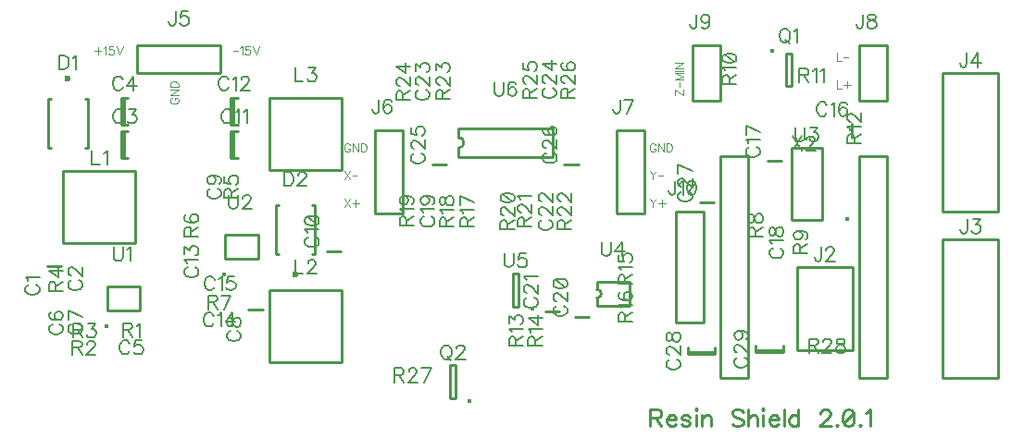
<source format=gto>
G04 DipTrace 2.4.0.2*
%INTopSilk.gbr*%
%MOIN*%
%ADD10C,0.0098*%
%ADD24C,0.0236*%
%ADD30C,0.0154*%
%ADD32C,0.0157*%
%ADD77C,0.0077*%
%ADD78C,0.0046*%
%ADD79C,0.0093*%
%FSLAX44Y44*%
G04*
G70*
G90*
G75*
G01*
%LNTopSilk*%
%LPD*%
X5185Y10479D2*
D10*
X5696D1*
X7949Y14386D2*
Y15371D1*
X7874Y14386D2*
Y15371D1*
Y14386D2*
X8110D1*
X7874Y15371D2*
X8110D1*
X7949Y15574D2*
Y16558D1*
X7874Y15574D2*
Y16558D1*
Y15574D2*
X8110D1*
X7874Y16558D2*
X8110D1*
X12436Y8917D2*
X12947D1*
X15760Y11027D2*
X15248D1*
X11887Y14386D2*
Y15371D1*
X11812Y14386D2*
Y15371D1*
Y14386D2*
X12048D1*
X11812Y15371D2*
X12048D1*
X11887Y15574D2*
Y16558D1*
X11812Y15574D2*
Y16558D1*
Y15574D2*
X12048D1*
X11812Y16558D2*
X12048D1*
X34165Y15633D2*
Y15122D1*
X31633Y14276D2*
X31122D1*
X24698Y8652D2*
X24187D1*
X23636Y8839D2*
X23124D1*
X19573Y14153D2*
X19061D1*
X24323Y14152D2*
X23812D1*
X29196Y12776D2*
X28684D1*
X29245Y7385D2*
X28260D1*
X29245Y7311D2*
X28260D1*
X29245D2*
Y7546D1*
X28260Y7311D2*
Y7546D1*
X31682Y7448D2*
X30698D1*
X31682Y7373D2*
X30698D1*
X31682D2*
Y7609D1*
X30698Y7373D2*
Y7609D1*
X6649Y16524D2*
Y14752D1*
X5232Y16524D2*
Y14752D1*
X6649D2*
X6551D1*
X6649Y16524D2*
X6551D1*
X5331Y14752D2*
X5232D1*
X5331Y16524D2*
X5232D1*
D24*
X5941Y17242D3*
X13420Y10921D2*
D10*
Y12693D1*
X14837Y10921D2*
Y12693D1*
X13420D2*
X13519D1*
X13420Y10921D2*
X13519D1*
X14739Y12693D2*
X14837D1*
X14739Y10921D2*
X14837D1*
D24*
X14129Y10202D3*
X32190Y7440D2*
D10*
X34190D1*
Y10440D1*
X32190D1*
Y7440D1*
X37440Y6440D2*
X39440D1*
Y11440D1*
X37440D1*
Y6440D1*
Y12440D2*
X39440D1*
Y17440D1*
X37440D1*
Y12440D1*
X8440Y18440D2*
X11440D1*
Y17440D1*
X8440D1*
Y18440D1*
X17004Y12379D2*
X18004D1*
Y15378D1*
X17004D1*
Y12379D1*
X25692D2*
X26692D1*
Y15378D1*
X25692D1*
Y12379D1*
X34440Y16440D2*
X35440D1*
Y18440D1*
X34440D1*
Y16440D1*
X28440D2*
X29440D1*
Y18440D1*
X28440D1*
Y16440D1*
X27818Y8440D2*
X28818D1*
Y12441D1*
X27818D1*
Y8440D1*
X8375Y11329D2*
X5777D1*
Y13928D1*
X8375D1*
Y11329D1*
X15803Y9625D2*
X13205D1*
Y7027D1*
X15803D1*
Y9625D1*
Y16563D2*
X13205D1*
Y13964D1*
X15803D1*
Y16563D1*
D30*
X31293Y18248D3*
X31794Y18156D2*
D10*
Y16975D1*
X31991D1*
Y18156D1*
X31794D1*
D30*
X20402Y5632D3*
X19900Y5724D2*
D10*
Y6905D1*
X19704D1*
Y5724D1*
X19900D1*
X7359Y8873D2*
X8540D1*
X7359Y9740D2*
X8540D1*
Y8873D2*
Y9740D1*
D32*
X7320Y8322D3*
X7359Y8873D2*
D10*
Y9740D1*
X11610Y10749D2*
X12791D1*
X11610Y11615D2*
X12791D1*
Y10749D2*
Y11615D1*
D32*
X11570Y10198D3*
X11610Y10749D2*
D10*
Y11615D1*
D30*
X33992Y12182D3*
X33099Y12171D2*
D10*
Y14770D1*
X31997Y12171D2*
Y14770D1*
X33099D2*
X31997D1*
X33099Y12171D2*
X31997D1*
X24986Y9061D2*
X26167D1*
X24986Y9927D2*
X26167D1*
Y9061D2*
Y9927D1*
X24986Y9061D2*
Y9337D1*
Y9652D2*
Y9927D1*
Y9337D2*
G03X24986Y9652I0J158D01*
G01*
D30*
X22652Y8945D3*
X22151Y9037D2*
D10*
Y10218D1*
X21954D1*
Y9037D1*
X22151D1*
X19999Y14430D2*
X23385D1*
X19999Y15453D2*
X23385D1*
Y14430D2*
Y15453D1*
X19999Y14430D2*
Y14745D1*
Y15138D2*
Y15453D1*
Y14745D2*
G03X19999Y15138I0J197D01*
G01*
X34440Y6440D2*
X35440D1*
Y14440D1*
X34440D1*
Y6440D1*
X29440D2*
X30440D1*
Y14440D1*
X29440D1*
Y6440D1*
X4533Y9813D2*
D77*
X4485Y9789D1*
X4437Y9741D1*
X4413Y9693D1*
Y9598D1*
X4437Y9550D1*
X4485Y9502D1*
X4533Y9478D1*
X4604Y9454D1*
X4724D1*
X4796Y9478D1*
X4844Y9502D1*
X4891Y9550D1*
X4916Y9598D1*
Y9693D1*
X4891Y9741D1*
X4844Y9789D1*
X4796Y9813D1*
X4509Y9967D2*
X4485Y10015D1*
X4414Y10087D1*
X4916D1*
X6069Y9978D2*
X6021Y9954D1*
X5973Y9906D1*
X5949Y9859D1*
Y9763D1*
X5973Y9715D1*
X6021Y9667D1*
X6069Y9643D1*
X6141Y9619D1*
X6260D1*
X6332Y9643D1*
X6380Y9667D1*
X6427Y9715D1*
X6452Y9763D1*
Y9859D1*
X6427Y9906D1*
X6380Y9954D1*
X6332Y9978D1*
X6069Y10157D2*
X6045D1*
X5997Y10180D1*
X5974Y10204D1*
X5950Y10252D1*
Y10348D1*
X5974Y10395D1*
X5997Y10419D1*
X6045Y10444D1*
X6093D1*
X6141Y10419D1*
X6212Y10372D1*
X6452Y10132D1*
Y10467D1*
X7927Y16023D2*
X7903Y16071D1*
X7855Y16119D1*
X7807Y16142D1*
X7712D1*
X7664Y16119D1*
X7616Y16071D1*
X7592Y16023D1*
X7568Y15951D1*
Y15831D1*
X7592Y15760D1*
X7616Y15712D1*
X7664Y15664D1*
X7712Y15640D1*
X7807D1*
X7855Y15664D1*
X7903Y15712D1*
X7927Y15760D1*
X8129Y16142D2*
X8392D1*
X8249Y15951D1*
X8320D1*
X8368Y15927D1*
X8392Y15903D1*
X8416Y15831D1*
Y15784D1*
X8392Y15712D1*
X8344Y15664D1*
X8272Y15640D1*
X8201D1*
X8129Y15664D1*
X8105Y15688D1*
X8081Y15736D1*
X7915Y17210D2*
X7891Y17258D1*
X7843Y17306D1*
X7795Y17330D1*
X7700D1*
X7652Y17306D1*
X7604Y17258D1*
X7580Y17210D1*
X7556Y17138D1*
Y17018D1*
X7580Y16947D1*
X7604Y16899D1*
X7652Y16852D1*
X7700Y16827D1*
X7795D1*
X7843Y16852D1*
X7891Y16899D1*
X7915Y16947D1*
X8308Y16827D2*
Y17329D1*
X8069Y16995D1*
X8428D1*
X8166Y7688D2*
X8142Y7735D1*
X8094Y7783D1*
X8047Y7807D1*
X7951D1*
X7903Y7783D1*
X7855Y7735D1*
X7831Y7688D1*
X7807Y7616D1*
Y7496D1*
X7831Y7425D1*
X7855Y7377D1*
X7903Y7329D1*
X7951Y7305D1*
X8047D1*
X8094Y7329D1*
X8142Y7377D1*
X8166Y7425D1*
X8607Y7807D2*
X8368D1*
X8345Y7592D1*
X8368Y7615D1*
X8440Y7640D1*
X8512D1*
X8583Y7615D1*
X8631Y7568D1*
X8655Y7496D1*
Y7448D1*
X8631Y7377D1*
X8583Y7328D1*
X8512Y7305D1*
X8440D1*
X8368Y7328D1*
X8345Y7353D1*
X8320Y7400D1*
X5381Y8391D2*
X5334Y8367D1*
X5286Y8319D1*
X5262Y8272D1*
Y8176D1*
X5286Y8128D1*
X5334Y8081D1*
X5381Y8056D1*
X5453Y8033D1*
X5573D1*
X5644Y8056D1*
X5692Y8081D1*
X5740Y8128D1*
X5764Y8176D1*
Y8272D1*
X5740Y8319D1*
X5692Y8367D1*
X5644Y8391D1*
X5334Y8832D2*
X5286Y8809D1*
X5262Y8737D1*
Y8689D1*
X5286Y8617D1*
X5358Y8569D1*
X5477Y8546D1*
X5597D1*
X5692Y8569D1*
X5740Y8617D1*
X5764Y8689D1*
Y8713D1*
X5740Y8784D1*
X5692Y8832D1*
X5620Y8856D1*
X5597D1*
X5525Y8832D1*
X5477Y8784D1*
X5454Y8713D1*
Y8689D1*
X5477Y8617D1*
X5525Y8569D1*
X5597Y8546D1*
X6069Y8397D2*
X6021Y8374D1*
X5973Y8325D1*
X5949Y8278D1*
Y8182D1*
X5973Y8134D1*
X6021Y8087D1*
X6069Y8062D1*
X6140Y8039D1*
X6260D1*
X6332Y8062D1*
X6380Y8087D1*
X6427Y8134D1*
X6452Y8182D1*
Y8278D1*
X6427Y8325D1*
X6380Y8374D1*
X6332Y8397D1*
X6452Y8647D2*
X5950Y8887D1*
Y8552D1*
X11783Y8143D2*
X11736Y8119D1*
X11688Y8071D1*
X11664Y8023D1*
Y7928D1*
X11688Y7880D1*
X11736Y7832D1*
X11783Y7808D1*
X11855Y7784D1*
X11975D1*
X12046Y7808D1*
X12094Y7832D1*
X12142Y7880D1*
X12166Y7928D1*
Y8023D1*
X12142Y8071D1*
X12094Y8119D1*
X12046Y8143D1*
X11664Y8417D2*
X11688Y8345D1*
X11736Y8321D1*
X11784D1*
X11831Y8345D1*
X11856Y8393D1*
X11879Y8488D1*
X11903Y8560D1*
X11951Y8608D1*
X11999Y8632D1*
X12071D1*
X12118Y8608D1*
X12143Y8584D1*
X12166Y8512D1*
Y8417D1*
X12143Y8345D1*
X12118Y8321D1*
X12071Y8297D1*
X11999D1*
X11951Y8321D1*
X11903Y8369D1*
X11879Y8440D1*
X11856Y8536D1*
X11831Y8584D1*
X11784Y8608D1*
X11736D1*
X11688Y8584D1*
X11664Y8512D1*
Y8417D1*
X11069Y13285D2*
X11022Y13261D1*
X10974Y13213D1*
X10950Y13165D1*
Y13070D1*
X10974Y13022D1*
X11022Y12974D1*
X11069Y12950D1*
X11141Y12926D1*
X11261D1*
X11332Y12950D1*
X11380Y12974D1*
X11428Y13022D1*
X11452Y13070D1*
Y13165D1*
X11428Y13213D1*
X11380Y13261D1*
X11332Y13285D1*
X11117Y13750D2*
X11189Y13726D1*
X11237Y13678D1*
X11261Y13607D1*
Y13583D1*
X11237Y13511D1*
X11189Y13463D1*
X11117Y13439D1*
X11093D1*
X11022Y13463D1*
X10974Y13511D1*
X10950Y13583D1*
Y13607D1*
X10974Y13678D1*
X11022Y13726D1*
X11117Y13750D1*
X11237D1*
X11357Y13726D1*
X11428Y13678D1*
X11452Y13607D1*
Y13559D1*
X11428Y13487D1*
X11380Y13463D1*
X14596Y11533D2*
X14548Y11510D1*
X14500Y11461D1*
X14476Y11414D1*
Y11318D1*
X14500Y11270D1*
X14548Y11223D1*
X14596Y11198D1*
X14668Y11175D1*
X14787D1*
X14859Y11198D1*
X14907Y11223D1*
X14954Y11270D1*
X14979Y11318D1*
Y11414D1*
X14954Y11461D1*
X14907Y11510D1*
X14859Y11533D1*
X14572Y11688D2*
X14548Y11736D1*
X14477Y11808D1*
X14979D1*
X14477Y12106D2*
X14501Y12034D1*
X14572Y11986D1*
X14692Y11962D1*
X14764D1*
X14883Y11986D1*
X14955Y12034D1*
X14979Y12106D1*
Y12153D1*
X14955Y12225D1*
X14883Y12273D1*
X14764Y12297D1*
X14692D1*
X14572Y12273D1*
X14501Y12225D1*
X14477Y12153D1*
Y12106D1*
X14572Y12273D2*
X14883Y11986D1*
X11835Y16023D2*
X11811Y16071D1*
X11763Y16119D1*
X11716Y16142D1*
X11620D1*
X11572Y16119D1*
X11524Y16071D1*
X11500Y16023D1*
X11476Y15951D1*
Y15831D1*
X11500Y15760D1*
X11524Y15712D1*
X11572Y15664D1*
X11620Y15640D1*
X11716D1*
X11763Y15664D1*
X11811Y15712D1*
X11835Y15760D1*
X11989Y16046D2*
X12037Y16071D1*
X12109Y16142D1*
Y15640D1*
X12264Y16046D2*
X12312Y16071D1*
X12384Y16142D1*
Y15640D1*
X11728Y17211D2*
X11704Y17258D1*
X11656Y17306D1*
X11608Y17330D1*
X11513D1*
X11464Y17306D1*
X11417Y17258D1*
X11393Y17211D1*
X11369Y17139D1*
Y17019D1*
X11393Y16948D1*
X11417Y16899D1*
X11464Y16852D1*
X11513Y16828D1*
X11608D1*
X11656Y16852D1*
X11704Y16899D1*
X11728Y16948D1*
X11882Y17234D2*
X11930Y17258D1*
X12002Y17329D1*
Y16828D1*
X12181Y17210D2*
Y17234D1*
X12204Y17282D1*
X12228Y17306D1*
X12276Y17329D1*
X12372D1*
X12419Y17306D1*
X12443Y17282D1*
X12467Y17234D1*
Y17186D1*
X12443Y17138D1*
X12396Y17067D1*
X12156Y16828D1*
X12491D1*
X10257Y10448D2*
X10209Y10424D1*
X10161Y10376D1*
X10137Y10328D1*
Y10233D1*
X10161Y10185D1*
X10209Y10137D1*
X10257Y10113D1*
X10328Y10089D1*
X10448D1*
X10520Y10113D1*
X10568Y10137D1*
X10615Y10185D1*
X10640Y10233D1*
Y10328D1*
X10615Y10376D1*
X10568Y10424D1*
X10520Y10448D1*
X10233Y10602D2*
X10209Y10650D1*
X10138Y10722D1*
X10640D1*
X10138Y10925D2*
Y11187D1*
X10329Y11044D1*
Y11116D1*
X10353Y11163D1*
X10377Y11187D1*
X10448Y11211D1*
X10496D1*
X10568Y11187D1*
X10616Y11140D1*
X10640Y11068D1*
Y10996D1*
X10616Y10925D1*
X10592Y10901D1*
X10544Y10877D1*
X11187Y8688D2*
X11163Y8735D1*
X11115Y8783D1*
X11067Y8807D1*
X10972D1*
X10924Y8783D1*
X10876Y8735D1*
X10852Y8688D1*
X10828Y8616D1*
Y8496D1*
X10852Y8425D1*
X10876Y8377D1*
X10924Y8329D1*
X10972Y8305D1*
X11067D1*
X11115Y8329D1*
X11163Y8377D1*
X11187Y8425D1*
X11341Y8711D2*
X11389Y8735D1*
X11461Y8807D1*
Y8305D1*
X11855D2*
Y8807D1*
X11615Y8472D1*
X11974D1*
X11217Y10000D2*
X11193Y10048D1*
X11145Y10096D1*
X11097Y10120D1*
X11002D1*
X10954Y10096D1*
X10906Y10048D1*
X10882Y10000D1*
X10858Y9928D1*
Y9808D1*
X10882Y9737D1*
X10906Y9689D1*
X10954Y9642D1*
X11002Y9617D1*
X11097D1*
X11145Y9642D1*
X11193Y9689D1*
X11217Y9737D1*
X11371Y10023D2*
X11419Y10048D1*
X11491Y10119D1*
Y9617D1*
X11932Y10119D2*
X11694D1*
X11670Y9904D1*
X11694Y9928D1*
X11765Y9952D1*
X11837D1*
X11909Y9928D1*
X11957Y9880D1*
X11980Y9808D1*
Y9761D1*
X11957Y9689D1*
X11909Y9641D1*
X11837Y9617D1*
X11765D1*
X11694Y9641D1*
X11670Y9665D1*
X11645Y9713D1*
X33266Y16286D2*
X33242Y16333D1*
X33194Y16381D1*
X33147Y16405D1*
X33051D1*
X33003Y16381D1*
X32955Y16333D1*
X32931Y16286D1*
X32907Y16214D1*
Y16094D1*
X32931Y16023D1*
X32955Y15974D1*
X33003Y15927D1*
X33051Y15903D1*
X33147D1*
X33194Y15927D1*
X33242Y15974D1*
X33266Y16023D1*
X33420Y16309D2*
X33468Y16333D1*
X33540Y16404D1*
Y15903D1*
X33982Y16333D2*
X33958Y16381D1*
X33886Y16404D1*
X33838D1*
X33767Y16381D1*
X33719Y16309D1*
X33695Y16189D1*
Y16070D1*
X33719Y15974D1*
X33767Y15926D1*
X33838Y15903D1*
X33862D1*
X33934Y15926D1*
X33982Y15974D1*
X34005Y16046D1*
Y16070D1*
X33982Y16142D1*
X33934Y16189D1*
X33862Y16213D1*
X33838D1*
X33767Y16189D1*
X33719Y16142D1*
X33695Y16070D1*
X30469Y14783D2*
X30422Y14759D1*
X30374Y14711D1*
X30350Y14663D1*
Y14568D1*
X30374Y14520D1*
X30422Y14472D1*
X30469Y14448D1*
X30541Y14424D1*
X30661D1*
X30732Y14448D1*
X30781Y14472D1*
X30828Y14520D1*
X30852Y14568D1*
Y14663D1*
X30828Y14711D1*
X30781Y14759D1*
X30732Y14783D1*
X30446Y14937D2*
X30422Y14985D1*
X30351Y15057D1*
X30852D1*
Y15307D2*
X30351Y15546D1*
Y15211D1*
X31318Y11135D2*
X31270Y11111D1*
X31222Y11063D1*
X31198Y11016D1*
Y10920D1*
X31222Y10872D1*
X31270Y10824D1*
X31318Y10800D1*
X31390Y10776D1*
X31510D1*
X31581Y10800D1*
X31629Y10824D1*
X31676Y10872D1*
X31701Y10920D1*
Y11016D1*
X31676Y11063D1*
X31629Y11111D1*
X31581Y11135D1*
X31295Y11289D2*
X31270Y11337D1*
X31199Y11409D1*
X31701D1*
X31199Y11683D2*
X31223Y11612D1*
X31270Y11587D1*
X31318D1*
X31366Y11612D1*
X31390Y11659D1*
X31414Y11755D1*
X31438Y11827D1*
X31486Y11874D1*
X31533Y11898D1*
X31605D1*
X31653Y11874D1*
X31677Y11851D1*
X31701Y11779D1*
Y11683D1*
X31677Y11612D1*
X31653Y11587D1*
X31605Y11564D1*
X31533D1*
X31486Y11587D1*
X31438Y11636D1*
X31414Y11707D1*
X31390Y11802D1*
X31366Y11851D1*
X31318Y11874D1*
X31270D1*
X31223Y11851D1*
X31199Y11779D1*
Y11683D1*
X18757Y12273D2*
X18710Y12249D1*
X18662Y12201D1*
X18638Y12153D1*
Y12058D1*
X18662Y12010D1*
X18710Y11962D1*
X18757Y11938D1*
X18829Y11914D1*
X18949D1*
X19021Y11938D1*
X19069Y11962D1*
X19116Y12009D1*
X19141Y12058D1*
Y12153D1*
X19116Y12201D1*
X19069Y12249D1*
X19021Y12273D1*
X18734Y12427D2*
X18710Y12475D1*
X18639Y12547D1*
X19141D1*
X18806Y13012D2*
X18877Y12988D1*
X18926Y12941D1*
X18949Y12869D1*
Y12845D1*
X18926Y12773D1*
X18877Y12726D1*
X18806Y12701D1*
X18782D1*
X18710Y12726D1*
X18662Y12773D1*
X18639Y12845D1*
Y12869D1*
X18662Y12941D1*
X18710Y12988D1*
X18806Y13012D1*
X18926D1*
X19045Y12988D1*
X19117Y12941D1*
X19141Y12869D1*
Y12821D1*
X19117Y12749D1*
X19069Y12726D1*
X23535Y9051D2*
X23487Y9027D1*
X23439Y8979D1*
X23415Y8931D1*
Y8836D1*
X23439Y8788D1*
X23487Y8740D1*
X23535Y8716D1*
X23606Y8692D1*
X23726D1*
X23798Y8716D1*
X23846Y8740D1*
X23893Y8788D1*
X23918Y8836D1*
Y8931D1*
X23893Y8979D1*
X23846Y9027D1*
X23798Y9051D1*
X23535Y9229D2*
X23511D1*
X23463Y9253D1*
X23440Y9277D1*
X23416Y9325D1*
Y9421D1*
X23440Y9468D1*
X23463Y9492D1*
X23511Y9516D1*
X23559D1*
X23607Y9492D1*
X23678Y9444D1*
X23918Y9205D1*
Y9540D1*
X23416Y9838D2*
X23440Y9766D1*
X23511Y9718D1*
X23631Y9694D1*
X23703D1*
X23822Y9718D1*
X23894Y9766D1*
X23918Y9838D1*
Y9886D1*
X23894Y9957D1*
X23822Y10005D1*
X23703Y10029D1*
X23631D1*
X23511Y10005D1*
X23440Y9957D1*
X23416Y9886D1*
Y9838D1*
X23511Y10005D2*
X23822Y9718D1*
X22472Y9346D2*
X22424Y9322D1*
X22376Y9274D1*
X22352Y9226D1*
Y9131D1*
X22376Y9083D1*
X22424Y9035D1*
X22472Y9011D1*
X22544Y8987D1*
X22664D1*
X22735Y9011D1*
X22783Y9035D1*
X22831Y9083D1*
X22855Y9131D1*
Y9226D1*
X22831Y9274D1*
X22783Y9322D1*
X22735Y9346D1*
X22472Y9524D2*
X22449D1*
X22401Y9548D1*
X22377Y9572D1*
X22353Y9620D1*
Y9716D1*
X22377Y9763D1*
X22401Y9787D1*
X22449Y9811D1*
X22496D1*
X22544Y9787D1*
X22616Y9739D1*
X22855Y9500D1*
Y9835D1*
X22449Y9989D2*
X22424Y10038D1*
X22353Y10109D1*
X22855D1*
X23008Y12153D2*
X22960Y12129D1*
X22912Y12081D1*
X22888Y12034D1*
Y11938D1*
X22912Y11890D1*
X22960Y11843D1*
X23008Y11818D1*
X23079Y11795D1*
X23199D1*
X23271Y11818D1*
X23319Y11843D1*
X23366Y11890D1*
X23391Y11938D1*
Y12034D1*
X23366Y12081D1*
X23319Y12129D1*
X23271Y12153D1*
X23008Y12332D2*
X22984D1*
X22936Y12356D1*
X22912Y12379D1*
X22889Y12428D1*
Y12523D1*
X22912Y12571D1*
X22936Y12594D1*
X22984Y12619D1*
X23032D1*
X23080Y12594D1*
X23151Y12547D1*
X23391Y12308D1*
Y12643D1*
X23008Y12821D2*
X22984D1*
X22936Y12845D1*
X22912Y12869D1*
X22889Y12917D1*
Y13012D1*
X22912Y13060D1*
X22936Y13084D1*
X22984Y13108D1*
X23032D1*
X23080Y13084D1*
X23151Y13036D1*
X23391Y12797D1*
Y13132D1*
X18570Y16841D2*
X18522Y16817D1*
X18474Y16769D1*
X18451Y16722D1*
Y16626D1*
X18474Y16578D1*
X18522Y16530D1*
X18570Y16506D1*
X18642Y16482D1*
X18762D1*
X18833Y16506D1*
X18881Y16530D1*
X18929Y16578D1*
X18953Y16626D1*
Y16722D1*
X18929Y16769D1*
X18881Y16817D1*
X18833Y16841D1*
X18571Y17020D2*
X18547D1*
X18499Y17043D1*
X18475Y17067D1*
X18451Y17115D1*
Y17211D1*
X18475Y17258D1*
X18499Y17282D1*
X18547Y17307D1*
X18594D1*
X18642Y17282D1*
X18714Y17235D1*
X18953Y16995D1*
Y17330D1*
X18451Y17533D2*
Y17795D1*
X18642Y17652D1*
Y17724D1*
X18666Y17772D1*
X18690Y17795D1*
X18762Y17820D1*
X18809D1*
X18881Y17795D1*
X18929Y17748D1*
X18953Y17676D1*
Y17604D1*
X18929Y17533D1*
X18905Y17509D1*
X18857Y17485D1*
X23133Y16910D2*
X23085Y16886D1*
X23037Y16838D1*
X23014Y16791D1*
Y16695D1*
X23037Y16647D1*
X23085Y16599D1*
X23133Y16575D1*
X23205Y16551D1*
X23325D1*
X23396Y16575D1*
X23444Y16599D1*
X23492Y16647D1*
X23516Y16695D1*
Y16791D1*
X23492Y16838D1*
X23444Y16886D1*
X23396Y16910D1*
X23133Y17089D2*
X23110D1*
X23062Y17112D1*
X23038Y17136D1*
X23014Y17184D1*
Y17280D1*
X23038Y17327D1*
X23062Y17351D1*
X23110Y17375D1*
X23157D1*
X23205Y17351D1*
X23277Y17304D1*
X23516Y17064D1*
Y17399D1*
Y17793D2*
X23014D1*
X23348Y17554D1*
Y17912D1*
X18409Y14551D2*
X18361Y14528D1*
X18313Y14479D1*
X18290Y14432D1*
Y14336D1*
X18313Y14288D1*
X18361Y14241D1*
X18409Y14216D1*
X18481Y14193D1*
X18601D1*
X18672Y14216D1*
X18720Y14241D1*
X18768Y14288D1*
X18792Y14336D1*
Y14432D1*
X18768Y14479D1*
X18720Y14528D1*
X18672Y14551D1*
X18410Y14730D2*
X18386D1*
X18338Y14754D1*
X18314Y14778D1*
X18290Y14826D1*
Y14921D1*
X18314Y14969D1*
X18338Y14993D1*
X18386Y15017D1*
X18433D1*
X18481Y14993D1*
X18553Y14945D1*
X18792Y14706D1*
Y15041D1*
X18290Y15482D2*
Y15243D1*
X18505Y15219D1*
X18481Y15243D1*
X18457Y15315D1*
Y15386D1*
X18481Y15458D1*
X18529Y15506D1*
X18601Y15530D1*
X18648D1*
X18720Y15506D1*
X18768Y15458D1*
X18792Y15386D1*
Y15315D1*
X18768Y15243D1*
X18744Y15219D1*
X18696Y15195D1*
X23159Y14563D2*
X23112Y14540D1*
X23063Y14492D1*
X23040Y14444D1*
Y14348D1*
X23063Y14300D1*
X23112Y14253D1*
X23159Y14228D1*
X23231Y14205D1*
X23351D1*
X23422Y14228D1*
X23470Y14253D1*
X23518Y14300D1*
X23542Y14348D1*
Y14444D1*
X23518Y14492D1*
X23470Y14540D1*
X23422Y14563D1*
X23160Y14742D2*
X23136D1*
X23088Y14766D1*
X23064Y14790D1*
X23040Y14838D1*
Y14933D1*
X23064Y14981D1*
X23088Y15005D1*
X23136Y15029D1*
X23183D1*
X23232Y15005D1*
X23303Y14957D1*
X23542Y14718D1*
Y15053D1*
X23112Y15494D2*
X23064Y15470D1*
X23040Y15398D1*
Y15351D1*
X23064Y15279D1*
X23136Y15231D1*
X23255Y15207D1*
X23375D1*
X23470Y15231D1*
X23518Y15279D1*
X23542Y15351D1*
Y15375D1*
X23518Y15446D1*
X23470Y15494D1*
X23398Y15518D1*
X23375D1*
X23303Y15494D1*
X23255Y15446D1*
X23232Y15375D1*
Y15351D1*
X23255Y15279D1*
X23303Y15231D1*
X23375Y15207D1*
X28032Y13175D2*
X27984Y13151D1*
X27936Y13103D1*
X27912Y13056D1*
Y12960D1*
X27936Y12912D1*
X27984Y12865D1*
X28032Y12840D1*
X28104Y12816D1*
X28224D1*
X28295Y12840D1*
X28343Y12865D1*
X28391Y12912D1*
X28415Y12960D1*
Y13056D1*
X28391Y13103D1*
X28343Y13151D1*
X28295Y13175D1*
X28032Y13354D2*
X28009D1*
X27961Y13378D1*
X27937Y13401D1*
X27913Y13450D1*
Y13545D1*
X27937Y13593D1*
X27961Y13616D1*
X28009Y13641D1*
X28056D1*
X28104Y13616D1*
X28176Y13569D1*
X28415Y13330D1*
Y13665D1*
Y13915D2*
X27913Y14154D1*
Y13819D1*
X27608Y7119D2*
X27561Y7095D1*
X27513Y7047D1*
X27489Y7000D1*
Y6904D1*
X27513Y6856D1*
X27561Y6808D1*
X27608Y6784D1*
X27680Y6760D1*
X27800D1*
X27871Y6784D1*
X27919Y6808D1*
X27967Y6856D1*
X27991Y6904D1*
Y7000D1*
X27967Y7047D1*
X27919Y7095D1*
X27871Y7119D1*
X27609Y7298D2*
X27585D1*
X27537Y7321D1*
X27513Y7345D1*
X27489Y7393D1*
Y7489D1*
X27513Y7536D1*
X27537Y7560D1*
X27585Y7585D1*
X27632D1*
X27681Y7560D1*
X27752Y7513D1*
X27991Y7273D1*
Y7608D1*
X27489Y7882D2*
X27513Y7811D1*
X27561Y7786D1*
X27609D1*
X27656Y7811D1*
X27681Y7858D1*
X27704Y7954D1*
X27728Y8026D1*
X27776Y8073D1*
X27824Y8097D1*
X27896D1*
X27943Y8073D1*
X27967Y8050D1*
X27991Y7978D1*
Y7882D1*
X27967Y7811D1*
X27943Y7786D1*
X27896Y7763D1*
X27824D1*
X27776Y7786D1*
X27728Y7835D1*
X27704Y7906D1*
X27681Y8001D1*
X27656Y8050D1*
X27609Y8073D1*
X27561D1*
X27513Y8050D1*
X27489Y7978D1*
Y7882D1*
X30046Y7193D2*
X29998Y7169D1*
X29950Y7121D1*
X29926Y7074D1*
Y6978D1*
X29950Y6930D1*
X29998Y6882D1*
X30046Y6858D1*
X30118Y6834D1*
X30237D1*
X30309Y6858D1*
X30357Y6882D1*
X30404Y6930D1*
X30429Y6978D1*
Y7074D1*
X30404Y7121D1*
X30357Y7169D1*
X30309Y7193D1*
X30046Y7372D2*
X30022D1*
X29974Y7396D1*
X29951Y7419D1*
X29927Y7467D1*
Y7563D1*
X29951Y7611D1*
X29974Y7634D1*
X30022Y7659D1*
X30070D1*
X30118Y7634D1*
X30189Y7587D1*
X30429Y7347D1*
Y7682D1*
X30094Y8148D2*
X30166Y8124D1*
X30214Y8076D1*
X30237Y8004D1*
Y7981D1*
X30214Y7909D1*
X30166Y7861D1*
X30094Y7837D1*
X30070D1*
X29998Y7861D1*
X29951Y7909D1*
X29927Y7981D1*
Y8004D1*
X29951Y8076D1*
X29998Y8124D1*
X30094Y8148D1*
X30214D1*
X30333Y8124D1*
X30405Y8076D1*
X30429Y8004D1*
Y7957D1*
X30405Y7885D1*
X30357Y7861D1*
X5636Y18092D2*
Y17590D1*
X5804D1*
X5875Y17614D1*
X5924Y17662D1*
X5947Y17710D1*
X5971Y17781D1*
Y17901D1*
X5947Y17973D1*
X5924Y18020D1*
X5875Y18069D1*
X5804Y18092D1*
X5636D1*
X6125Y17996D2*
X6174Y18020D1*
X6245Y18092D1*
Y17590D1*
X13717Y13878D2*
Y13375D1*
X13884D1*
X13956Y13399D1*
X14004Y13447D1*
X14028Y13495D1*
X14052Y13566D1*
Y13686D1*
X14028Y13758D1*
X14004Y13806D1*
X13956Y13854D1*
X13884Y13878D1*
X13717D1*
X14230Y13758D2*
Y13781D1*
X14254Y13829D1*
X14278Y13853D1*
X14326Y13877D1*
X14422D1*
X14469Y13853D1*
X14493Y13829D1*
X14517Y13781D1*
Y13734D1*
X14493Y13686D1*
X14445Y13614D1*
X14206Y13375D1*
X14541D1*
X33065Y11172D2*
Y10790D1*
X33041Y10718D1*
X33017Y10694D1*
X32969Y10670D1*
X32921D1*
X32874Y10694D1*
X32850Y10718D1*
X32826Y10790D1*
Y10837D1*
X33244Y11052D2*
Y11076D1*
X33267Y11124D1*
X33291Y11148D1*
X33339Y11172D1*
X33435D1*
X33482Y11148D1*
X33506Y11124D1*
X33531Y11076D1*
Y11029D1*
X33506Y10980D1*
X33459Y10909D1*
X33219Y10670D1*
X33554D1*
X38315Y12172D2*
Y11790D1*
X38291Y11718D1*
X38267Y11694D1*
X38219Y11670D1*
X38171D1*
X38124Y11694D1*
X38100Y11718D1*
X38076Y11790D1*
Y11837D1*
X38517Y12172D2*
X38780D1*
X38637Y11980D1*
X38709D1*
X38756Y11957D1*
X38780Y11933D1*
X38804Y11861D1*
Y11814D1*
X38780Y11742D1*
X38732Y11694D1*
X38661Y11670D1*
X38589D1*
X38517Y11694D1*
X38494Y11718D1*
X38469Y11765D1*
X38303Y18172D2*
Y17790D1*
X38279Y17718D1*
X38255Y17694D1*
X38207Y17670D1*
X38159D1*
X38112Y17694D1*
X38088Y17718D1*
X38064Y17790D1*
Y17837D1*
X38697Y17670D2*
Y18172D1*
X38458Y17837D1*
X38816D1*
X9815Y19672D2*
Y19290D1*
X9791Y19218D1*
X9767Y19194D1*
X9719Y19170D1*
X9671D1*
X9624Y19194D1*
X9600Y19218D1*
X9576Y19290D1*
Y19337D1*
X10256Y19672D2*
X10017D1*
X9994Y19457D1*
X10017Y19480D1*
X10089Y19505D1*
X10161D1*
X10232Y19480D1*
X10281Y19433D1*
X10304Y19361D1*
Y19314D1*
X10281Y19242D1*
X10232Y19194D1*
X10161Y19170D1*
X10089D1*
X10017Y19194D1*
X9994Y19218D1*
X9969Y19265D1*
X17142Y16504D2*
Y16122D1*
X17118Y16050D1*
X17094Y16026D1*
X17046Y16002D1*
X16998D1*
X16950Y16026D1*
X16927Y16050D1*
X16902Y16122D1*
Y16169D1*
X17583Y16433D2*
X17559Y16480D1*
X17487Y16504D1*
X17440D1*
X17368Y16480D1*
X17320Y16408D1*
X17296Y16289D1*
Y16169D1*
X17320Y16074D1*
X17368Y16026D1*
X17440Y16002D1*
X17463D1*
X17535Y16026D1*
X17583Y16074D1*
X17607Y16146D1*
Y16169D1*
X17583Y16241D1*
X17535Y16289D1*
X17463Y16313D1*
X17440D1*
X17368Y16289D1*
X17320Y16241D1*
X17296Y16169D1*
X25817Y16504D2*
Y16122D1*
X25793Y16050D1*
X25769Y16026D1*
X25722Y16002D1*
X25674D1*
X25626Y16026D1*
X25602Y16050D1*
X25578Y16122D1*
Y16170D1*
X26067Y16002D2*
X26307Y16504D1*
X25972D1*
X34565Y19566D2*
Y19183D1*
X34542Y19112D1*
X34517Y19088D1*
X34470Y19064D1*
X34422D1*
X34374Y19088D1*
X34350Y19112D1*
X34326Y19183D1*
Y19231D1*
X34839Y19565D2*
X34768Y19542D1*
X34743Y19494D1*
Y19446D1*
X34768Y19398D1*
X34815Y19374D1*
X34911Y19350D1*
X34983Y19327D1*
X35030Y19279D1*
X35054Y19231D1*
Y19159D1*
X35030Y19112D1*
X35007Y19087D1*
X34935Y19064D1*
X34839D1*
X34768Y19087D1*
X34743Y19112D1*
X34720Y19159D1*
Y19231D1*
X34743Y19279D1*
X34792Y19327D1*
X34863Y19350D1*
X34958Y19374D1*
X35007Y19398D1*
X35030Y19446D1*
Y19494D1*
X35007Y19542D1*
X34935Y19565D1*
X34839D1*
X28577Y19566D2*
Y19183D1*
X28553Y19112D1*
X28529Y19088D1*
X28481Y19064D1*
X28433D1*
X28386Y19088D1*
X28362Y19112D1*
X28338Y19183D1*
Y19231D1*
X29042Y19398D2*
X29018Y19327D1*
X28971Y19279D1*
X28899Y19255D1*
X28875D1*
X28803Y19279D1*
X28756Y19327D1*
X28731Y19398D1*
Y19422D1*
X28756Y19494D1*
X28803Y19542D1*
X28875Y19565D1*
X28899D1*
X28971Y19542D1*
X29018Y19494D1*
X29042Y19398D1*
Y19279D1*
X29018Y19159D1*
X28971Y19087D1*
X28899Y19064D1*
X28851D1*
X28779Y19087D1*
X28756Y19135D1*
X27806Y13566D2*
Y13184D1*
X27782Y13112D1*
X27758Y13088D1*
X27710Y13064D1*
X27662D1*
X27615Y13088D1*
X27591Y13112D1*
X27567Y13184D1*
Y13232D1*
X27960Y13470D2*
X28008Y13495D1*
X28080Y13566D1*
Y13064D1*
X28378Y13566D2*
X28306Y13542D1*
X28258Y13470D1*
X28235Y13351D1*
Y13279D1*
X28258Y13160D1*
X28306Y13088D1*
X28378Y13064D1*
X28426D1*
X28498Y13088D1*
X28545Y13160D1*
X28570Y13279D1*
Y13351D1*
X28545Y13470D1*
X28498Y13542D1*
X28426Y13566D1*
X28378D1*
X28545Y13470D2*
X28258Y13160D1*
X6795Y14660D2*
Y14157D1*
X7082D1*
X7237Y14564D2*
X7285Y14588D1*
X7357Y14659D1*
Y14157D1*
X14116Y10712D2*
Y10209D1*
X14403D1*
X14581Y10592D2*
Y10616D1*
X14605Y10664D1*
X14629Y10687D1*
X14677Y10711D1*
X14773D1*
X14820Y10687D1*
X14844Y10664D1*
X14868Y10616D1*
Y10568D1*
X14844Y10520D1*
X14796Y10449D1*
X14557Y10209D1*
X14892D1*
X14116Y17649D2*
Y17147D1*
X14403D1*
X14605Y17649D2*
X14868D1*
X14724Y17457D1*
X14796D1*
X14844Y17434D1*
X14868Y17410D1*
X14892Y17338D1*
Y17290D1*
X14868Y17219D1*
X14820Y17171D1*
X14748Y17147D1*
X14676D1*
X14605Y17171D1*
X14581Y17195D1*
X14557Y17242D1*
X31699Y19058D2*
X31651Y19035D1*
X31603Y18986D1*
X31580Y18938D1*
X31555Y18867D1*
Y18747D1*
X31580Y18675D1*
X31603Y18628D1*
X31651Y18580D1*
X31699Y18556D1*
X31795D1*
X31843Y18580D1*
X31890Y18628D1*
X31914Y18675D1*
X31938Y18747D1*
Y18867D1*
X31914Y18938D1*
X31890Y18986D1*
X31843Y19035D1*
X31795Y19058D1*
X31699D1*
X31771Y18652D2*
X31914Y18508D1*
X32093Y18962D2*
X32141Y18986D1*
X32213Y19057D1*
Y18555D1*
X19518Y7637D2*
X19471Y7614D1*
X19423Y7566D1*
X19399Y7518D1*
X19375Y7446D1*
Y7326D1*
X19399Y7255D1*
X19423Y7207D1*
X19471Y7159D1*
X19518Y7135D1*
X19614D1*
X19662Y7159D1*
X19709Y7207D1*
X19733Y7255D1*
X19758Y7326D1*
Y7446D1*
X19733Y7518D1*
X19709Y7566D1*
X19662Y7614D1*
X19614Y7637D1*
X19518D1*
X19590Y7231D2*
X19733Y7087D1*
X19936Y7517D2*
Y7541D1*
X19960Y7589D1*
X19984Y7613D1*
X20032Y7636D1*
X20128D1*
X20175Y7613D1*
X20199Y7589D1*
X20223Y7541D1*
Y7493D1*
X20199Y7445D1*
X20151Y7374D1*
X19912Y7135D1*
X20247D1*
X7927Y8193D2*
X8142D1*
X8213Y8217D1*
X8238Y8241D1*
X8262Y8288D1*
Y8336D1*
X8238Y8384D1*
X8213Y8408D1*
X8142Y8432D1*
X7927D1*
Y7930D1*
X8094Y8193D2*
X8262Y7930D1*
X8416Y8336D2*
X8464Y8360D1*
X8536Y8432D1*
Y7930D1*
X6113Y7549D2*
X6328D1*
X6400Y7574D1*
X6425Y7598D1*
X6448Y7645D1*
Y7693D1*
X6425Y7741D1*
X6400Y7765D1*
X6328Y7789D1*
X6113D1*
Y7286D1*
X6281Y7549D2*
X6448Y7286D1*
X6627Y7669D2*
Y7693D1*
X6651Y7741D1*
X6675Y7764D1*
X6723Y7788D1*
X6818D1*
X6866Y7764D1*
X6890Y7741D1*
X6914Y7693D1*
Y7645D1*
X6890Y7597D1*
X6842Y7526D1*
X6603Y7286D1*
X6938D1*
X6132Y8174D2*
X6347D1*
X6418Y8199D1*
X6443Y8223D1*
X6467Y8270D1*
Y8318D1*
X6443Y8366D1*
X6418Y8390D1*
X6347Y8414D1*
X6132D1*
Y7911D1*
X6299Y8174D2*
X6467Y7911D1*
X6669Y8413D2*
X6932D1*
X6788Y8222D1*
X6860D1*
X6908Y8198D1*
X6932Y8174D1*
X6956Y8103D1*
Y8055D1*
X6932Y7983D1*
X6884Y7935D1*
X6812Y7911D1*
X6740D1*
X6669Y7935D1*
X6645Y7959D1*
X6621Y8007D1*
X5501Y9601D2*
Y9816D1*
X5477Y9888D1*
X5453Y9912D1*
X5406Y9936D1*
X5357D1*
X5310Y9912D1*
X5286Y9888D1*
X5262Y9816D1*
Y9601D1*
X5764D1*
X5501Y9769D2*
X5764Y9936D1*
Y10330D2*
X5262D1*
X5597Y10090D1*
Y10449D1*
X11814Y12944D2*
Y13159D1*
X11790Y13231D1*
X11766Y13255D1*
X11719Y13279D1*
X11670D1*
X11623Y13255D1*
X11599Y13231D1*
X11575Y13159D1*
Y12944D1*
X12077D1*
X11814Y13112D2*
X12077Y13279D1*
X11575Y13720D2*
Y13482D1*
X11790Y13458D1*
X11767Y13482D1*
X11742Y13554D1*
Y13625D1*
X11767Y13697D1*
X11814Y13745D1*
X11886Y13769D1*
X11934D1*
X12005Y13745D1*
X12053Y13697D1*
X12077Y13625D1*
Y13554D1*
X12053Y13482D1*
X12029Y13458D1*
X11982Y13434D1*
X10377Y11563D2*
Y11778D1*
X10352Y11850D1*
X10328Y11874D1*
X10281Y11898D1*
X10233D1*
X10185Y11874D1*
X10161Y11850D1*
X10137Y11778D1*
Y11563D1*
X10640D1*
X10377Y11730D2*
X10640Y11898D1*
X10209Y12339D2*
X10162Y12315D1*
X10138Y12244D1*
Y12196D1*
X10162Y12124D1*
X10233Y12076D1*
X10353Y12052D1*
X10472D1*
X10568Y12076D1*
X10616Y12124D1*
X10640Y12196D1*
Y12220D1*
X10616Y12291D1*
X10568Y12339D1*
X10496Y12363D1*
X10472D1*
X10400Y12339D1*
X10353Y12291D1*
X10329Y12220D1*
Y12196D1*
X10353Y12124D1*
X10400Y12076D1*
X10472Y12052D1*
X10989Y9193D2*
X11204D1*
X11276Y9217D1*
X11300Y9241D1*
X11324Y9288D1*
Y9337D1*
X11300Y9384D1*
X11276Y9408D1*
X11204Y9432D1*
X10989D1*
Y8930D1*
X11156Y9193D2*
X11324Y8930D1*
X11574D2*
X11813Y9432D1*
X11478D1*
X30688Y11550D2*
Y11765D1*
X30663Y11837D1*
X30640Y11861D1*
X30592Y11885D1*
X30544D1*
X30496Y11861D1*
X30472Y11837D1*
X30448Y11765D1*
Y11550D1*
X30951D1*
X30688Y11718D2*
X30951Y11885D1*
X30449Y12159D2*
X30473Y12088D1*
X30520Y12063D1*
X30568D1*
X30616Y12088D1*
X30640Y12135D1*
X30664Y12231D1*
X30688Y12303D1*
X30736Y12350D1*
X30783Y12374D1*
X30855D1*
X30903Y12350D1*
X30927Y12326D1*
X30951Y12255D1*
Y12159D1*
X30927Y12088D1*
X30903Y12063D1*
X30855Y12040D1*
X30783D1*
X30736Y12063D1*
X30688Y12111D1*
X30664Y12183D1*
X30640Y12278D1*
X30616Y12326D1*
X30568Y12350D1*
X30520D1*
X30473Y12326D1*
X30449Y12255D1*
Y12159D1*
X32313Y10955D2*
Y11170D1*
X32288Y11242D1*
X32265Y11266D1*
X32217Y11290D1*
X32169D1*
X32121Y11266D1*
X32097Y11242D1*
X32073Y11170D1*
Y10955D1*
X32576D1*
X32313Y11123D2*
X32576Y11290D1*
X32241Y11756D2*
X32313Y11731D1*
X32361Y11684D1*
X32385Y11612D1*
Y11588D1*
X32361Y11516D1*
X32313Y11469D1*
X32241Y11444D1*
X32217D1*
X32145Y11469D1*
X32098Y11516D1*
X32074Y11588D1*
Y11612D1*
X32098Y11684D1*
X32145Y11731D1*
X32241Y11756D1*
X32361D1*
X32480Y11731D1*
X32552Y11684D1*
X32576Y11612D1*
Y11564D1*
X32552Y11493D1*
X32504Y11469D1*
X29750Y17056D2*
Y17271D1*
X29726Y17343D1*
X29702Y17367D1*
X29655Y17391D1*
X29607D1*
X29559Y17367D1*
X29535Y17343D1*
X29511Y17271D1*
Y17056D1*
X30013D1*
X29750Y17224D2*
X30013Y17391D1*
X29607Y17545D2*
X29583Y17593D1*
X29511Y17665D1*
X30013D1*
X29511Y17963D2*
X29535Y17892D1*
X29607Y17843D1*
X29726Y17820D1*
X29798D1*
X29918Y17843D1*
X29990Y17892D1*
X30013Y17963D1*
Y18011D1*
X29990Y18083D1*
X29918Y18130D1*
X29798Y18155D1*
X29726D1*
X29607Y18130D1*
X29535Y18083D1*
X29511Y18011D1*
Y17963D1*
X29607Y18130D2*
X29918Y17843D1*
X32270Y17380D2*
X32485D1*
X32557Y17404D1*
X32582Y17428D1*
X32605Y17475D1*
Y17523D1*
X32582Y17571D1*
X32557Y17595D1*
X32485Y17619D1*
X32270D1*
Y17117D1*
X32438Y17380D2*
X32605Y17117D1*
X32760Y17523D2*
X32808Y17547D1*
X32880Y17619D1*
Y17117D1*
X33034Y17523D2*
X33082Y17547D1*
X33154Y17619D1*
Y17117D1*
X34250Y14913D2*
Y15128D1*
X34226Y15200D1*
X34202Y15224D1*
X34155Y15248D1*
X34107D1*
X34059Y15224D1*
X34035Y15200D1*
X34011Y15128D1*
Y14913D1*
X34513D1*
X34250Y15080D2*
X34513Y15248D1*
X34107Y15402D2*
X34083Y15450D1*
X34011Y15522D1*
X34513D1*
X34131Y15701D2*
X34107D1*
X34059Y15725D1*
X34035Y15748D1*
X34011Y15796D1*
Y15892D1*
X34035Y15940D1*
X34059Y15963D1*
X34107Y15988D1*
X34155D1*
X34203Y15963D1*
X34274Y15916D1*
X34513Y15676D1*
Y16011D1*
X22065Y7619D2*
Y7834D1*
X22041Y7906D1*
X22017Y7930D1*
X21970Y7954D1*
X21922D1*
X21874Y7930D1*
X21850Y7906D1*
X21826Y7834D1*
Y7619D1*
X22328D1*
X22065Y7787D2*
X22328Y7954D1*
X21922Y8108D2*
X21898Y8156D1*
X21826Y8228D1*
X22328D1*
X21826Y8431D2*
Y8693D1*
X22018Y8550D1*
Y8622D1*
X22041Y8670D1*
X22065Y8693D1*
X22137Y8718D1*
X22185D1*
X22256Y8693D1*
X22305Y8646D1*
X22328Y8574D1*
Y8502D1*
X22305Y8431D1*
X22280Y8407D1*
X22233Y8383D1*
X22753Y7607D2*
Y7822D1*
X22728Y7894D1*
X22705Y7918D1*
X22657Y7942D1*
X22609D1*
X22562Y7918D1*
X22537Y7894D1*
X22513Y7822D1*
Y7607D1*
X23016D1*
X22753Y7775D2*
X23016Y7942D1*
X22610Y8096D2*
X22585Y8145D1*
X22514Y8216D1*
X23016D1*
Y8610D2*
X22514D1*
X22848Y8371D1*
Y8730D1*
X26003Y9851D2*
Y10066D1*
X25979Y10138D1*
X25955Y10162D1*
X25908Y10186D1*
X25859D1*
X25812Y10162D1*
X25788Y10138D1*
X25764Y10066D1*
Y9851D1*
X26266D1*
X26003Y10018D2*
X26266Y10186D1*
X25860Y10340D2*
X25836Y10388D1*
X25764Y10460D1*
X26266D1*
X25764Y10901D2*
Y10663D1*
X25979Y10639D1*
X25956Y10663D1*
X25931Y10735D1*
Y10806D1*
X25956Y10878D1*
X26003Y10926D1*
X26075Y10950D1*
X26123D1*
X26194Y10926D1*
X26242Y10878D1*
X26266Y10806D1*
Y10735D1*
X26242Y10663D1*
X26218Y10639D1*
X26171Y10615D1*
X26003Y8488D2*
Y8703D1*
X25979Y8775D1*
X25955Y8799D1*
X25908Y8823D1*
X25859D1*
X25812Y8799D1*
X25788Y8775D1*
X25764Y8703D1*
Y8488D1*
X26266D1*
X26003Y8655D2*
X26266Y8823D1*
X25860Y8977D2*
X25836Y9025D1*
X25764Y9097D1*
X26266D1*
X25836Y9539D2*
X25788Y9515D1*
X25764Y9443D1*
Y9395D1*
X25788Y9324D1*
X25860Y9275D1*
X25979Y9252D1*
X26099D1*
X26194Y9275D1*
X26242Y9324D1*
X26266Y9395D1*
Y9419D1*
X26242Y9490D1*
X26194Y9539D1*
X26123Y9562D1*
X26099D1*
X26027Y9539D1*
X25979Y9490D1*
X25956Y9419D1*
Y9395D1*
X25979Y9324D1*
X26027Y9275D1*
X26099Y9252D1*
X20315Y11914D2*
Y12129D1*
X20291Y12201D1*
X20267Y12225D1*
X20219Y12249D1*
X20171D1*
X20124Y12225D1*
X20099Y12201D1*
X20076Y12129D1*
Y11914D1*
X20578D1*
X20315Y12081D2*
X20578Y12249D1*
X20172Y12403D2*
X20148Y12451D1*
X20076Y12523D1*
X20578D1*
Y12773D2*
X20076Y13012D1*
Y12678D1*
X19565Y11914D2*
Y12129D1*
X19541Y12201D1*
X19517Y12225D1*
X19469Y12249D1*
X19421D1*
X19374Y12225D1*
X19349Y12201D1*
X19326Y12129D1*
Y11914D1*
X19828D1*
X19565Y12082D2*
X19828Y12249D1*
X19422Y12403D2*
X19397Y12452D1*
X19326Y12523D1*
X19828D1*
X19326Y12797D2*
X19350Y12726D1*
X19397Y12702D1*
X19446D1*
X19493Y12726D1*
X19517Y12773D1*
X19541Y12869D1*
X19565Y12941D1*
X19613Y12988D1*
X19661Y13012D1*
X19732D1*
X19780Y12988D1*
X19804Y12965D1*
X19828Y12893D1*
Y12797D1*
X19804Y12726D1*
X19780Y12702D1*
X19732Y12678D1*
X19661D1*
X19613Y12702D1*
X19565Y12750D1*
X19541Y12821D1*
X19517Y12917D1*
X19493Y12965D1*
X19446Y12988D1*
X19397D1*
X19350Y12965D1*
X19326Y12893D1*
Y12797D1*
X18127Y11944D2*
Y12159D1*
X18103Y12231D1*
X18079Y12255D1*
X18032Y12279D1*
X17984D1*
X17936Y12255D1*
X17912Y12231D1*
X17888Y12159D1*
Y11944D1*
X18390D1*
X18127Y12111D2*
X18390Y12279D1*
X17984Y12433D2*
X17960Y12481D1*
X17889Y12553D1*
X18390D1*
X18055Y13019D2*
X18127Y12994D1*
X18175Y12947D1*
X18199Y12875D1*
Y12851D1*
X18175Y12779D1*
X18127Y12732D1*
X18055Y12708D1*
X18032D1*
X17960Y12732D1*
X17912Y12779D1*
X17889Y12851D1*
Y12875D1*
X17912Y12947D1*
X17960Y12994D1*
X18055Y13019D1*
X18175D1*
X18295Y12994D1*
X18367Y12947D1*
X18390Y12875D1*
Y12827D1*
X18367Y12756D1*
X18319Y12732D1*
X21752Y11806D2*
Y12021D1*
X21728Y12093D1*
X21704Y12118D1*
X21657Y12141D1*
X21609D1*
X21561Y12118D1*
X21537Y12093D1*
X21513Y12021D1*
Y11806D1*
X22016D1*
X21752Y11974D2*
X22016Y12141D1*
X21633Y12320D2*
X21609D1*
X21561Y12344D1*
X21537Y12368D1*
X21514Y12416D1*
Y12511D1*
X21537Y12559D1*
X21561Y12583D1*
X21609Y12607D1*
X21657D1*
X21705Y12583D1*
X21776Y12535D1*
X22016Y12296D1*
Y12631D1*
X21514Y12929D2*
X21537Y12857D1*
X21609Y12809D1*
X21729Y12785D1*
X21801D1*
X21920Y12809D1*
X21992Y12857D1*
X22016Y12929D1*
Y12976D1*
X21992Y13048D1*
X21920Y13096D1*
X21801Y13120D1*
X21729D1*
X21609Y13096D1*
X21537Y13048D1*
X21514Y12976D1*
Y12929D1*
X21609Y13096D2*
X21920Y12809D1*
X22377Y11914D2*
Y12129D1*
X22353Y12201D1*
X22329Y12225D1*
X22282Y12249D1*
X22234D1*
X22186Y12225D1*
X22162Y12201D1*
X22138Y12129D1*
Y11914D1*
X22641D1*
X22377Y12081D2*
X22641Y12249D1*
X22258Y12428D2*
X22234D1*
X22186Y12451D1*
X22162Y12475D1*
X22139Y12523D1*
Y12619D1*
X22162Y12666D1*
X22186Y12690D1*
X22234Y12714D1*
X22282D1*
X22330Y12690D1*
X22401Y12643D1*
X22641Y12403D1*
Y12738D1*
X22234Y12893D2*
X22210Y12941D1*
X22139Y13012D1*
X22641D1*
X23815Y11825D2*
Y12040D1*
X23791Y12111D1*
X23767Y12136D1*
X23719Y12160D1*
X23671D1*
X23624Y12136D1*
X23599Y12111D1*
X23576Y12040D1*
Y11825D1*
X24078D1*
X23815Y11992D2*
X24078Y12160D1*
X23696Y12338D2*
X23672D1*
X23624Y12362D1*
X23600Y12386D1*
X23576Y12434D1*
Y12529D1*
X23600Y12577D1*
X23624Y12601D1*
X23672Y12625D1*
X23719D1*
X23767Y12601D1*
X23839Y12553D1*
X24078Y12314D1*
Y12649D1*
X23696Y12828D2*
X23672D1*
X23624Y12851D1*
X23600Y12875D1*
X23576Y12923D1*
Y13019D1*
X23600Y13066D1*
X23624Y13090D1*
X23672Y13114D1*
X23719D1*
X23767Y13090D1*
X23839Y13043D1*
X24078Y12803D1*
Y13138D1*
X19440Y16512D2*
Y16727D1*
X19416Y16799D1*
X19392Y16824D1*
X19344Y16847D1*
X19296D1*
X19249Y16824D1*
X19224Y16799D1*
X19201Y16727D1*
Y16512D1*
X19703D1*
X19440Y16680D2*
X19703Y16847D1*
X19321Y17026D2*
X19297D1*
X19249Y17050D1*
X19225Y17074D1*
X19201Y17122D1*
Y17217D1*
X19225Y17265D1*
X19249Y17289D1*
X19297Y17313D1*
X19344D1*
X19392Y17289D1*
X19464Y17241D1*
X19703Y17002D1*
Y17337D1*
X19201Y17539D2*
Y17802D1*
X19392Y17659D1*
Y17730D1*
X19416Y17778D1*
X19440Y17802D1*
X19512Y17826D1*
X19559D1*
X19631Y17802D1*
X19679Y17754D1*
X19703Y17682D1*
Y17611D1*
X19679Y17539D1*
X19655Y17515D1*
X19607Y17491D1*
X18002Y16482D2*
Y16697D1*
X17978Y16769D1*
X17954Y16793D1*
X17907Y16817D1*
X17859D1*
X17811Y16793D1*
X17787Y16769D1*
X17763Y16697D1*
Y16482D1*
X18265D1*
X18002Y16650D2*
X18265Y16817D1*
X17883Y16996D2*
X17859D1*
X17811Y17020D1*
X17787Y17043D1*
X17764Y17092D1*
Y17187D1*
X17787Y17235D1*
X17811Y17258D1*
X17859Y17283D1*
X17907D1*
X17955Y17258D1*
X18026Y17211D1*
X18265Y16972D1*
Y17307D1*
Y17700D2*
X17764D1*
X18098Y17461D1*
Y17820D1*
X22565Y16557D2*
Y16772D1*
X22541Y16844D1*
X22517Y16868D1*
X22470Y16892D1*
X22422D1*
X22374Y16868D1*
X22350Y16844D1*
X22326Y16772D1*
Y16557D1*
X22828D1*
X22565Y16724D2*
X22828Y16892D1*
X22446Y17070D2*
X22422D1*
X22374Y17094D1*
X22350Y17118D1*
X22327Y17166D1*
Y17262D1*
X22350Y17309D1*
X22374Y17333D1*
X22422Y17357D1*
X22470D1*
X22518Y17333D1*
X22589Y17285D1*
X22828Y17046D1*
Y17381D1*
X22327Y17822D2*
Y17583D1*
X22542Y17560D1*
X22518Y17583D1*
X22493Y17655D1*
Y17727D1*
X22518Y17798D1*
X22565Y17847D1*
X22637Y17870D1*
X22685D1*
X22757Y17847D1*
X22805Y17798D1*
X22828Y17727D1*
Y17655D1*
X22805Y17583D1*
X22780Y17560D1*
X22733Y17535D1*
X23940Y16569D2*
Y16784D1*
X23916Y16856D1*
X23892Y16880D1*
X23845Y16904D1*
X23797D1*
X23749Y16880D1*
X23725Y16856D1*
X23701Y16784D1*
Y16569D1*
X24204D1*
X23940Y16736D2*
X24204Y16904D1*
X23821Y17083D2*
X23797D1*
X23749Y17106D1*
X23725Y17130D1*
X23702Y17178D1*
Y17274D1*
X23725Y17321D1*
X23749Y17345D1*
X23797Y17369D1*
X23845D1*
X23893Y17345D1*
X23964Y17298D1*
X24204Y17058D1*
Y17393D1*
X23773Y17834D2*
X23725Y17811D1*
X23702Y17739D1*
Y17691D1*
X23725Y17619D1*
X23797Y17571D1*
X23917Y17548D1*
X24036D1*
X24132Y17571D1*
X24180Y17619D1*
X24204Y17691D1*
Y17715D1*
X24180Y17786D1*
X24132Y17834D1*
X24060Y17858D1*
X24036D1*
X23964Y17834D1*
X23917Y17786D1*
X23893Y17715D1*
Y17691D1*
X23917Y17619D1*
X23964Y17571D1*
X24036Y17548D1*
X17701Y6567D2*
X17916D1*
X17987Y6592D1*
X18012Y6616D1*
X18036Y6663D1*
Y6711D1*
X18012Y6759D1*
X17987Y6783D1*
X17916Y6807D1*
X17701D1*
Y6304D1*
X17868Y6567D2*
X18036Y6304D1*
X18214Y6687D2*
Y6711D1*
X18238Y6759D1*
X18262Y6782D1*
X18310Y6806D1*
X18406D1*
X18453Y6782D1*
X18477Y6759D1*
X18501Y6711D1*
Y6663D1*
X18477Y6615D1*
X18429Y6544D1*
X18190Y6304D1*
X18525D1*
X18775D2*
X19014Y6806D1*
X18679D1*
X32618Y7630D2*
X32833D1*
X32905Y7654D1*
X32929Y7678D1*
X32953Y7725D1*
Y7773D1*
X32929Y7821D1*
X32905Y7845D1*
X32833Y7869D1*
X32618D1*
Y7367D1*
X32786Y7630D2*
X32953Y7367D1*
X33132Y7749D2*
Y7773D1*
X33156Y7821D1*
X33179Y7845D1*
X33227Y7869D1*
X33323D1*
X33371Y7845D1*
X33394Y7821D1*
X33419Y7773D1*
Y7725D1*
X33394Y7677D1*
X33347Y7606D1*
X33107Y7367D1*
X33442D1*
X33716Y7869D2*
X33645Y7845D1*
X33621Y7797D1*
Y7749D1*
X33645Y7702D1*
X33692Y7677D1*
X33788Y7654D1*
X33860Y7630D1*
X33907Y7582D1*
X33931Y7534D1*
Y7462D1*
X33907Y7415D1*
X33884Y7390D1*
X33812Y7367D1*
X33716D1*
X33645Y7390D1*
X33621Y7415D1*
X33597Y7462D1*
Y7534D1*
X33621Y7582D1*
X33669Y7630D1*
X33740Y7654D1*
X33836Y7677D1*
X33884Y7702D1*
X33907Y7749D1*
Y7797D1*
X33884Y7845D1*
X33812Y7869D1*
X33716D1*
X7586Y11181D2*
Y10822D1*
X7610Y10750D1*
X7658Y10702D1*
X7730Y10678D1*
X7777D1*
X7849Y10702D1*
X7897Y10750D1*
X7921Y10822D1*
Y11181D1*
X8075Y11084D2*
X8123Y11109D1*
X8195Y11180D1*
Y10678D1*
X11729Y13056D2*
Y12697D1*
X11753Y12625D1*
X11801Y12578D1*
X11873Y12553D1*
X11920D1*
X11992Y12578D1*
X12040Y12625D1*
X12064Y12697D1*
Y13056D1*
X12243Y12936D2*
Y12960D1*
X12266Y13008D1*
X12290Y13031D1*
X12338Y13055D1*
X12434D1*
X12481Y13031D1*
X12505Y13008D1*
X12530Y12960D1*
Y12912D1*
X12505Y12864D1*
X12458Y12793D1*
X12218Y12553D1*
X12553D1*
X32136Y15502D2*
Y15143D1*
X32160Y15071D1*
X32208Y15024D1*
X32280Y14999D1*
X32327D1*
X32399Y15024D1*
X32447Y15071D1*
X32471Y15143D1*
Y15502D1*
X32674Y15501D2*
X32936D1*
X32793Y15310D1*
X32865D1*
X32912Y15286D1*
X32936Y15263D1*
X32960Y15191D1*
Y15143D1*
X32936Y15071D1*
X32889Y15023D1*
X32817Y14999D1*
X32745D1*
X32674Y15023D1*
X32650Y15048D1*
X32625Y15095D1*
X25153Y11368D2*
Y11009D1*
X25176Y10938D1*
X25224Y10890D1*
X25296Y10866D1*
X25344D1*
X25416Y10890D1*
X25464Y10938D1*
X25488Y11009D1*
Y11368D1*
X25881Y10866D2*
Y11368D1*
X25642Y11033D1*
X26001D1*
X21649Y10950D2*
Y10591D1*
X21673Y10519D1*
X21721Y10472D1*
X21793Y10447D1*
X21840D1*
X21912Y10472D1*
X21960Y10519D1*
X21984Y10591D1*
Y10950D1*
X22425Y10949D2*
X22186D1*
X22162Y10734D1*
X22186Y10758D1*
X22258Y10782D1*
X22329D1*
X22401Y10758D1*
X22449Y10711D1*
X22473Y10639D1*
Y10591D1*
X22449Y10519D1*
X22401Y10471D1*
X22329Y10447D1*
X22258D1*
X22186Y10471D1*
X22162Y10496D1*
X22138Y10543D1*
X21292Y17130D2*
Y16772D1*
X21316Y16700D1*
X21364Y16652D1*
X21436Y16628D1*
X21483D1*
X21555Y16652D1*
X21603Y16700D1*
X21627Y16772D1*
Y17130D1*
X22068Y17059D2*
X22045Y17106D1*
X21973Y17130D1*
X21925D1*
X21853Y17106D1*
X21805Y17034D1*
X21782Y16915D1*
Y16796D1*
X21805Y16700D1*
X21853Y16652D1*
X21925Y16628D1*
X21949D1*
X22020Y16652D1*
X22068Y16700D1*
X22092Y16772D1*
Y16796D1*
X22068Y16867D1*
X22020Y16915D1*
X21949Y16939D1*
X21925D1*
X21853Y16915D1*
X21805Y16867D1*
X21782Y16796D1*
X32028Y15172D2*
X32363Y14669D1*
Y15172D2*
X32028Y14669D1*
X32542Y15052D2*
Y15076D1*
X32565Y15124D1*
X32589Y15148D1*
X32637Y15171D1*
X32733D1*
X32780Y15148D1*
X32804Y15124D1*
X32828Y15076D1*
Y15028D1*
X32804Y14980D1*
X32757Y14909D1*
X32517Y14669D1*
X32852D1*
X7015Y18394D2*
D78*
Y18135D1*
X6886Y18264D2*
X7144D1*
X7237Y18358D2*
X7266Y18372D1*
X7309Y18415D1*
Y18114D1*
X7574Y18415D2*
X7430D1*
X7416Y18286D1*
X7430Y18300D1*
X7473Y18315D1*
X7516D1*
X7559Y18300D1*
X7588Y18272D1*
X7602Y18229D1*
Y18200D1*
X7588Y18157D1*
X7559Y18128D1*
X7516Y18114D1*
X7473D1*
X7430Y18128D1*
X7416Y18143D1*
X7402Y18171D1*
X7695Y18415D2*
X7810Y18114D1*
X7925Y18415D1*
X26909Y5027D2*
D79*
X27167D1*
X27253Y5056D1*
X27283Y5084D1*
X27311Y5141D1*
Y5199D1*
X27283Y5256D1*
X27253Y5285D1*
X27167Y5314D1*
X26909D1*
Y4711D1*
X27110Y5027D2*
X27311Y4711D1*
X27496Y4940D2*
X27841D1*
Y4998D1*
X27812Y5056D1*
X27783Y5084D1*
X27726Y5113D1*
X27640D1*
X27583Y5084D1*
X27525Y5027D1*
X27496Y4940D1*
Y4883D1*
X27525Y4797D1*
X27583Y4740D1*
X27640Y4711D1*
X27726D1*
X27783Y4740D1*
X27841Y4797D1*
X28342Y5027D2*
X28313Y5084D1*
X28227Y5113D1*
X28141D1*
X28054Y5084D1*
X28026Y5027D1*
X28054Y4969D1*
X28112Y4940D1*
X28255Y4912D1*
X28313Y4883D1*
X28342Y4826D1*
Y4797D1*
X28313Y4740D1*
X28227Y4711D1*
X28141D1*
X28054Y4740D1*
X28026Y4797D1*
X28527Y5314D2*
X28555Y5285D1*
X28584Y5314D1*
X28555Y5343D1*
X28527Y5314D1*
X28555Y5113D2*
Y4711D1*
X28770Y5113D2*
Y4711D1*
Y4998D2*
X28856Y5084D1*
X28914Y5113D1*
X28999D1*
X29057Y5084D1*
X29085Y4998D1*
Y4711D1*
X30256Y5227D2*
X30199Y5285D1*
X30113Y5314D1*
X29998D1*
X29912Y5285D1*
X29854Y5227D1*
Y5170D1*
X29883Y5113D1*
X29912Y5084D1*
X29969Y5056D1*
X30141Y4998D1*
X30199Y4969D1*
X30227Y4940D1*
X30256Y4883D1*
Y4797D1*
X30199Y4740D1*
X30113Y4711D1*
X29998D1*
X29912Y4740D1*
X29854Y4797D1*
X30441Y5314D2*
Y4711D1*
Y4998D2*
X30527Y5084D1*
X30585Y5113D1*
X30671D1*
X30728Y5084D1*
X30757Y4998D1*
Y4711D1*
X30942Y5314D2*
X30971Y5285D1*
X31000Y5314D1*
X30971Y5343D1*
X30942Y5314D1*
X30971Y5113D2*
Y4711D1*
X31185Y4940D2*
X31529D1*
Y4998D1*
X31501Y5056D1*
X31472Y5084D1*
X31415Y5113D1*
X31328D1*
X31271Y5084D1*
X31214Y5027D1*
X31185Y4940D1*
Y4883D1*
X31214Y4797D1*
X31271Y4740D1*
X31328Y4711D1*
X31415D1*
X31472Y4740D1*
X31529Y4797D1*
X31715Y5314D2*
Y4711D1*
X32244Y5314D2*
Y4711D1*
Y5027D2*
X32187Y5084D1*
X32129Y5113D1*
X32043D1*
X31986Y5084D1*
X31928Y5027D1*
X31900Y4940D1*
Y4883D1*
X31928Y4797D1*
X31986Y4740D1*
X32043Y4711D1*
X32129D1*
X32187Y4740D1*
X32244Y4797D1*
X33042Y5170D2*
Y5198D1*
X33070Y5256D1*
X33099Y5285D1*
X33156Y5313D1*
X33271D1*
X33328Y5285D1*
X33357Y5256D1*
X33386Y5198D1*
Y5141D1*
X33357Y5084D1*
X33300Y4998D1*
X33013Y4711D1*
X33414D1*
X33628Y4769D2*
X33600Y4739D1*
X33628Y4711D1*
X33657Y4739D1*
X33628Y4769D1*
X34015Y5313D2*
X33929Y5285D1*
X33871Y5198D1*
X33843Y5055D1*
Y4969D1*
X33871Y4826D1*
X33929Y4739D1*
X34015Y4711D1*
X34072D1*
X34158Y4739D1*
X34215Y4826D1*
X34245Y4969D1*
Y5055D1*
X34215Y5198D1*
X34158Y5285D1*
X34072Y5313D1*
X34015D1*
X34215Y5198D2*
X33871Y4826D1*
X34458Y4769D2*
X34430Y4739D1*
X34458Y4711D1*
X34488Y4739D1*
X34458Y4769D1*
X34673Y5198D2*
X34731Y5227D1*
X34817Y5313D1*
Y4711D1*
X11886Y18265D2*
D78*
X12052D1*
X12144Y18358D2*
X12173Y18372D1*
X12216Y18415D1*
Y18114D1*
X12481Y18415D2*
X12338D1*
X12324Y18286D1*
X12338Y18300D1*
X12381Y18315D1*
X12424D1*
X12467Y18300D1*
X12496Y18272D1*
X12510Y18229D1*
Y18200D1*
X12496Y18157D1*
X12467Y18128D1*
X12424Y18114D1*
X12381D1*
X12338Y18128D1*
X12324Y18143D1*
X12309Y18171D1*
X12603Y18415D2*
X12717Y18114D1*
X12832Y18415D1*
X9690Y16561D2*
X9661Y16546D1*
X9633Y16518D1*
X9618Y16489D1*
Y16432D1*
X9633Y16403D1*
X9661Y16374D1*
X9690Y16360D1*
X9733Y16345D1*
X9805D1*
X9848Y16360D1*
X9877Y16374D1*
X9905Y16403D1*
X9920Y16432D1*
Y16489D1*
X9905Y16518D1*
X9877Y16546D1*
X9848Y16561D1*
X9805D1*
Y16489D1*
X9618Y16854D2*
X9920D1*
X9618Y16653D1*
X9920D1*
X9618Y16947D2*
X9920D1*
Y17047D1*
X9905Y17090D1*
X9877Y17119D1*
X9848Y17134D1*
X9805Y17148D1*
X9733D1*
X9690Y17134D1*
X9661Y17119D1*
X9633Y17090D1*
X9618Y17047D1*
Y16947D1*
X16101Y14844D2*
X16087Y14872D1*
X16058Y14901D1*
X16030Y14915D1*
X15972D1*
X15943Y14901D1*
X15915Y14872D1*
X15900Y14844D1*
X15886Y14801D1*
Y14729D1*
X15900Y14686D1*
X15915Y14657D1*
X15943Y14629D1*
X15972Y14614D1*
X16030D1*
X16058Y14629D1*
X16087Y14657D1*
X16101Y14686D1*
Y14729D1*
X16030D1*
X16395Y14915D2*
Y14614D1*
X16194Y14915D1*
Y14614D1*
X16487Y14915D2*
Y14614D1*
X16588D1*
X16631Y14629D1*
X16660Y14657D1*
X16674Y14686D1*
X16688Y14729D1*
Y14801D1*
X16674Y14844D1*
X16660Y14872D1*
X16631Y14901D1*
X16588Y14915D1*
X16487D1*
X15886Y13915D2*
X16087Y13614D1*
Y13915D2*
X15886Y13614D1*
X16180Y13765D2*
X16345D1*
X15886Y12915D2*
X16087Y12614D1*
Y12915D2*
X15886Y12614D1*
X16309Y12894D2*
Y12635D1*
X16180Y12764D2*
X16438D1*
X27101Y14844D2*
X27087Y14872D1*
X27058Y14901D1*
X27030Y14915D1*
X26972D1*
X26943Y14901D1*
X26915Y14872D1*
X26900Y14844D1*
X26886Y14801D1*
Y14729D1*
X26900Y14686D1*
X26915Y14657D1*
X26943Y14629D1*
X26972Y14614D1*
X27030D1*
X27058Y14629D1*
X27087Y14657D1*
X27101Y14686D1*
Y14729D1*
X27030D1*
X27395Y14915D2*
Y14614D1*
X27194Y14915D1*
Y14614D1*
X27487Y14915D2*
Y14614D1*
X27588D1*
X27631Y14629D1*
X27660Y14657D1*
X27674Y14686D1*
X27688Y14729D1*
Y14801D1*
X27674Y14844D1*
X27660Y14872D1*
X27631Y14901D1*
X27588Y14915D1*
X27487D1*
X26886Y13915D2*
X27001Y13772D1*
Y13614D1*
X27115Y13915D2*
X27001Y13772D1*
X27208Y13765D2*
X27374D1*
X26886Y12915D2*
X27001Y12772D1*
Y12614D1*
X27115Y12915D2*
X27001Y12772D1*
X27337Y12894D2*
Y12635D1*
X27208Y12764D2*
X27466D1*
X27801Y16663D2*
Y16864D1*
X28102Y16663D1*
Y16864D1*
X27952Y16956D2*
Y17122D1*
X28102Y17444D2*
X27801D1*
X28102Y17330D1*
X27801Y17215D1*
X28102D1*
X27801Y17537D2*
X28102D1*
X27801Y17831D2*
X28102D1*
X27801Y17630D1*
X28102D1*
X33614Y17187D2*
Y16886D1*
X33786D1*
X34008Y17166D2*
Y16907D1*
X33879Y17036D2*
X34137D1*
X33614Y18187D2*
Y17886D1*
X33786D1*
X33879Y18037D2*
X34045D1*
M02*

</source>
